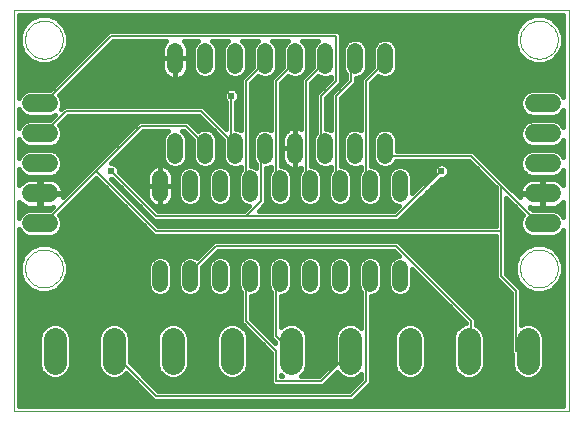
<source format=gtl>
G75*
G70*
%OFA0B0*%
%FSLAX24Y24*%
%IPPOS*%
%LPD*%
%AMOC8*
5,1,8,0,0,1.08239X$1,22.5*
%
%ADD10C,0.0000*%
%ADD11C,0.0520*%
%ADD12C,0.0600*%
%ADD13C,0.0780*%
%ADD14C,0.0060*%
%ADD15C,0.0160*%
%ADD16C,0.0240*%
D10*
X000190Y000181D02*
X000190Y013552D01*
X018685Y013552D01*
X018685Y000181D01*
X000190Y000181D01*
X000560Y004931D02*
X000562Y004981D01*
X000568Y005031D01*
X000578Y005080D01*
X000592Y005128D01*
X000609Y005175D01*
X000630Y005220D01*
X000655Y005264D01*
X000683Y005305D01*
X000715Y005344D01*
X000749Y005381D01*
X000786Y005415D01*
X000826Y005445D01*
X000868Y005472D01*
X000912Y005496D01*
X000958Y005517D01*
X001005Y005533D01*
X001053Y005546D01*
X001103Y005555D01*
X001152Y005560D01*
X001203Y005561D01*
X001253Y005558D01*
X001302Y005551D01*
X001351Y005540D01*
X001399Y005525D01*
X001445Y005507D01*
X001490Y005485D01*
X001533Y005459D01*
X001574Y005430D01*
X001613Y005398D01*
X001649Y005363D01*
X001681Y005325D01*
X001711Y005285D01*
X001738Y005242D01*
X001761Y005198D01*
X001780Y005152D01*
X001796Y005104D01*
X001808Y005055D01*
X001816Y005006D01*
X001820Y004956D01*
X001820Y004906D01*
X001816Y004856D01*
X001808Y004807D01*
X001796Y004758D01*
X001780Y004710D01*
X001761Y004664D01*
X001738Y004620D01*
X001711Y004577D01*
X001681Y004537D01*
X001649Y004499D01*
X001613Y004464D01*
X001574Y004432D01*
X001533Y004403D01*
X001490Y004377D01*
X001445Y004355D01*
X001399Y004337D01*
X001351Y004322D01*
X001302Y004311D01*
X001253Y004304D01*
X001203Y004301D01*
X001152Y004302D01*
X001103Y004307D01*
X001053Y004316D01*
X001005Y004329D01*
X000958Y004345D01*
X000912Y004366D01*
X000868Y004390D01*
X000826Y004417D01*
X000786Y004447D01*
X000749Y004481D01*
X000715Y004518D01*
X000683Y004557D01*
X000655Y004598D01*
X000630Y004642D01*
X000609Y004687D01*
X000592Y004734D01*
X000578Y004782D01*
X000568Y004831D01*
X000562Y004881D01*
X000560Y004931D01*
X000560Y012556D02*
X000562Y012606D01*
X000568Y012656D01*
X000578Y012705D01*
X000592Y012753D01*
X000609Y012800D01*
X000630Y012845D01*
X000655Y012889D01*
X000683Y012930D01*
X000715Y012969D01*
X000749Y013006D01*
X000786Y013040D01*
X000826Y013070D01*
X000868Y013097D01*
X000912Y013121D01*
X000958Y013142D01*
X001005Y013158D01*
X001053Y013171D01*
X001103Y013180D01*
X001152Y013185D01*
X001203Y013186D01*
X001253Y013183D01*
X001302Y013176D01*
X001351Y013165D01*
X001399Y013150D01*
X001445Y013132D01*
X001490Y013110D01*
X001533Y013084D01*
X001574Y013055D01*
X001613Y013023D01*
X001649Y012988D01*
X001681Y012950D01*
X001711Y012910D01*
X001738Y012867D01*
X001761Y012823D01*
X001780Y012777D01*
X001796Y012729D01*
X001808Y012680D01*
X001816Y012631D01*
X001820Y012581D01*
X001820Y012531D01*
X001816Y012481D01*
X001808Y012432D01*
X001796Y012383D01*
X001780Y012335D01*
X001761Y012289D01*
X001738Y012245D01*
X001711Y012202D01*
X001681Y012162D01*
X001649Y012124D01*
X001613Y012089D01*
X001574Y012057D01*
X001533Y012028D01*
X001490Y012002D01*
X001445Y011980D01*
X001399Y011962D01*
X001351Y011947D01*
X001302Y011936D01*
X001253Y011929D01*
X001203Y011926D01*
X001152Y011927D01*
X001103Y011932D01*
X001053Y011941D01*
X001005Y011954D01*
X000958Y011970D01*
X000912Y011991D01*
X000868Y012015D01*
X000826Y012042D01*
X000786Y012072D01*
X000749Y012106D01*
X000715Y012143D01*
X000683Y012182D01*
X000655Y012223D01*
X000630Y012267D01*
X000609Y012312D01*
X000592Y012359D01*
X000578Y012407D01*
X000568Y012456D01*
X000562Y012506D01*
X000560Y012556D01*
X017060Y012556D02*
X017062Y012606D01*
X017068Y012656D01*
X017078Y012705D01*
X017092Y012753D01*
X017109Y012800D01*
X017130Y012845D01*
X017155Y012889D01*
X017183Y012930D01*
X017215Y012969D01*
X017249Y013006D01*
X017286Y013040D01*
X017326Y013070D01*
X017368Y013097D01*
X017412Y013121D01*
X017458Y013142D01*
X017505Y013158D01*
X017553Y013171D01*
X017603Y013180D01*
X017652Y013185D01*
X017703Y013186D01*
X017753Y013183D01*
X017802Y013176D01*
X017851Y013165D01*
X017899Y013150D01*
X017945Y013132D01*
X017990Y013110D01*
X018033Y013084D01*
X018074Y013055D01*
X018113Y013023D01*
X018149Y012988D01*
X018181Y012950D01*
X018211Y012910D01*
X018238Y012867D01*
X018261Y012823D01*
X018280Y012777D01*
X018296Y012729D01*
X018308Y012680D01*
X018316Y012631D01*
X018320Y012581D01*
X018320Y012531D01*
X018316Y012481D01*
X018308Y012432D01*
X018296Y012383D01*
X018280Y012335D01*
X018261Y012289D01*
X018238Y012245D01*
X018211Y012202D01*
X018181Y012162D01*
X018149Y012124D01*
X018113Y012089D01*
X018074Y012057D01*
X018033Y012028D01*
X017990Y012002D01*
X017945Y011980D01*
X017899Y011962D01*
X017851Y011947D01*
X017802Y011936D01*
X017753Y011929D01*
X017703Y011926D01*
X017652Y011927D01*
X017603Y011932D01*
X017553Y011941D01*
X017505Y011954D01*
X017458Y011970D01*
X017412Y011991D01*
X017368Y012015D01*
X017326Y012042D01*
X017286Y012072D01*
X017249Y012106D01*
X017215Y012143D01*
X017183Y012182D01*
X017155Y012223D01*
X017130Y012267D01*
X017109Y012312D01*
X017092Y012359D01*
X017078Y012407D01*
X017068Y012456D01*
X017062Y012506D01*
X017060Y012556D01*
X017060Y004931D02*
X017062Y004981D01*
X017068Y005031D01*
X017078Y005080D01*
X017092Y005128D01*
X017109Y005175D01*
X017130Y005220D01*
X017155Y005264D01*
X017183Y005305D01*
X017215Y005344D01*
X017249Y005381D01*
X017286Y005415D01*
X017326Y005445D01*
X017368Y005472D01*
X017412Y005496D01*
X017458Y005517D01*
X017505Y005533D01*
X017553Y005546D01*
X017603Y005555D01*
X017652Y005560D01*
X017703Y005561D01*
X017753Y005558D01*
X017802Y005551D01*
X017851Y005540D01*
X017899Y005525D01*
X017945Y005507D01*
X017990Y005485D01*
X018033Y005459D01*
X018074Y005430D01*
X018113Y005398D01*
X018149Y005363D01*
X018181Y005325D01*
X018211Y005285D01*
X018238Y005242D01*
X018261Y005198D01*
X018280Y005152D01*
X018296Y005104D01*
X018308Y005055D01*
X018316Y005006D01*
X018320Y004956D01*
X018320Y004906D01*
X018316Y004856D01*
X018308Y004807D01*
X018296Y004758D01*
X018280Y004710D01*
X018261Y004664D01*
X018238Y004620D01*
X018211Y004577D01*
X018181Y004537D01*
X018149Y004499D01*
X018113Y004464D01*
X018074Y004432D01*
X018033Y004403D01*
X017990Y004377D01*
X017945Y004355D01*
X017899Y004337D01*
X017851Y004322D01*
X017802Y004311D01*
X017753Y004304D01*
X017703Y004301D01*
X017652Y004302D01*
X017603Y004307D01*
X017553Y004316D01*
X017505Y004329D01*
X017458Y004345D01*
X017412Y004366D01*
X017368Y004390D01*
X017326Y004417D01*
X017286Y004447D01*
X017249Y004481D01*
X017215Y004518D01*
X017183Y004557D01*
X017155Y004598D01*
X017130Y004642D01*
X017109Y004687D01*
X017092Y004734D01*
X017078Y004782D01*
X017068Y004831D01*
X017062Y004881D01*
X017060Y004931D01*
D11*
X013065Y004941D02*
X013065Y004421D01*
X012065Y004421D02*
X012065Y004941D01*
X011065Y004941D02*
X011065Y004421D01*
X010065Y004421D02*
X010065Y004941D01*
X009065Y004941D02*
X009065Y004421D01*
X008065Y004421D02*
X008065Y004941D01*
X007065Y004941D02*
X007065Y004421D01*
X006065Y004421D02*
X006065Y004941D01*
X005065Y004941D02*
X005065Y004421D01*
X005065Y007421D02*
X005065Y007941D01*
X005565Y008671D02*
X005565Y009191D01*
X006565Y009191D02*
X006565Y008671D01*
X007065Y007941D02*
X007065Y007421D01*
X008065Y007421D02*
X008065Y007941D01*
X008565Y008671D02*
X008565Y009191D01*
X009565Y009191D02*
X009565Y008671D01*
X010565Y008671D02*
X010565Y009191D01*
X011565Y009191D02*
X011565Y008671D01*
X012565Y008671D02*
X012565Y009191D01*
X013065Y007941D02*
X013065Y007421D01*
X012065Y007421D02*
X012065Y007941D01*
X011065Y007941D02*
X011065Y007421D01*
X010065Y007421D02*
X010065Y007941D01*
X009065Y007941D02*
X009065Y007421D01*
X007565Y008671D02*
X007565Y009191D01*
X006065Y007941D02*
X006065Y007421D01*
X006565Y011671D02*
X006565Y012191D01*
X005565Y012191D02*
X005565Y011671D01*
X007565Y011671D02*
X007565Y012191D01*
X008565Y012191D02*
X008565Y011671D01*
X009565Y011671D02*
X009565Y012191D01*
X010565Y012191D02*
X010565Y011671D01*
X011565Y011671D02*
X011565Y012191D01*
X012565Y012191D02*
X012565Y011671D01*
D12*
X017515Y010431D02*
X018115Y010431D01*
X018115Y009431D02*
X017515Y009431D01*
X017515Y008431D02*
X018115Y008431D01*
X018115Y007431D02*
X017515Y007431D01*
X017515Y006431D02*
X018115Y006431D01*
X001365Y006431D02*
X000765Y006431D01*
X000765Y007431D02*
X001365Y007431D01*
X001365Y008431D02*
X000765Y008431D01*
X000765Y009431D02*
X001365Y009431D01*
X001365Y010431D02*
X000765Y010431D01*
D13*
X001560Y002571D02*
X001560Y001791D01*
X003530Y001791D02*
X003530Y002571D01*
X005490Y002571D02*
X005490Y001791D01*
X007470Y001791D02*
X007470Y002571D01*
X009440Y002571D02*
X009440Y001791D01*
X011410Y001791D02*
X011410Y002571D01*
X013390Y002571D02*
X013390Y001791D01*
X015350Y001791D02*
X015350Y002571D01*
X017320Y002571D02*
X017320Y001791D01*
D14*
X017320Y002181D02*
X016940Y002181D01*
X016940Y004181D01*
X016440Y004681D01*
X016440Y006181D01*
X004940Y006181D01*
X002940Y008181D01*
X004440Y009681D01*
X005940Y009681D01*
X006440Y009181D01*
X006565Y008931D01*
X007440Y009181D02*
X007565Y008931D01*
X007440Y009181D02*
X007440Y010681D01*
X007940Y011181D02*
X008440Y011681D01*
X008565Y011931D01*
X008940Y011181D02*
X009440Y011681D01*
X009565Y011931D01*
X009940Y011181D02*
X010440Y011681D01*
X010565Y011931D01*
X010940Y012681D02*
X010940Y011181D01*
X010440Y010681D01*
X010440Y009181D01*
X010565Y008931D01*
X010940Y007681D02*
X011065Y007681D01*
X010940Y007681D02*
X010940Y010681D01*
X011440Y011181D01*
X011440Y011681D01*
X011565Y011931D01*
X011940Y011181D02*
X012440Y011681D01*
X012565Y011931D01*
X011940Y011181D02*
X011940Y007681D01*
X012065Y007681D01*
X012940Y006681D02*
X007940Y006681D01*
X004940Y006681D01*
X003440Y008181D01*
X002940Y008181D02*
X001440Y006681D01*
X001065Y006431D01*
X001065Y009431D02*
X001440Y009681D01*
X001940Y010181D01*
X006440Y010181D01*
X007440Y009181D01*
X008440Y008681D02*
X008565Y008931D01*
X008440Y008681D02*
X008440Y007181D01*
X007940Y006681D01*
X007940Y007681D02*
X008065Y007681D01*
X007940Y007681D02*
X007940Y011181D01*
X008940Y011181D02*
X008940Y007681D01*
X009065Y007681D01*
X009940Y007681D02*
X010065Y007681D01*
X009940Y007681D02*
X009940Y011181D01*
X010940Y012681D02*
X003440Y012681D01*
X001440Y010681D01*
X001065Y010431D01*
X005940Y004681D02*
X006940Y005681D01*
X012940Y005681D01*
X015440Y003181D01*
X015440Y002181D01*
X015350Y002181D01*
X011940Y001181D02*
X011440Y000681D01*
X004940Y000681D01*
X003440Y002181D01*
X003530Y002181D01*
X005940Y004681D02*
X006065Y004681D01*
X007940Y004681D02*
X008065Y004681D01*
X007940Y004681D02*
X007940Y003181D01*
X008940Y002181D01*
X008940Y001181D01*
X010440Y001181D01*
X011440Y002181D01*
X011410Y002181D01*
X011940Y001181D02*
X011940Y004681D01*
X012065Y004681D01*
X012940Y006681D02*
X014440Y008181D01*
X015440Y008681D02*
X016440Y007681D01*
X016440Y006181D01*
X017440Y006681D02*
X017815Y006431D01*
X017440Y006681D02*
X016440Y007681D01*
X015440Y008681D02*
X012440Y008681D01*
X012565Y008931D01*
X009065Y004681D02*
X008940Y004681D01*
X008940Y002681D01*
X009440Y002181D01*
D15*
X009969Y002242D02*
X010880Y002242D01*
X010880Y002084D02*
X009969Y002084D01*
X009969Y001925D02*
X010880Y001925D01*
X010880Y001862D02*
X010369Y001351D01*
X009749Y001351D01*
X009889Y001491D01*
X009969Y001686D01*
X009969Y002677D01*
X009889Y002872D01*
X009740Y003021D01*
X009545Y003101D01*
X009334Y003101D01*
X009139Y003021D01*
X009109Y002991D01*
X009109Y004021D01*
X009144Y004021D01*
X009291Y004082D01*
X009404Y004195D01*
X009464Y004342D01*
X009464Y005021D01*
X009404Y005168D01*
X009291Y005280D01*
X009144Y005341D01*
X008985Y005341D01*
X008838Y005280D01*
X008725Y005168D01*
X008665Y005021D01*
X008665Y004342D01*
X008725Y004195D01*
X008770Y004151D01*
X008770Y002752D01*
X008770Y002611D01*
X008910Y002471D01*
X008910Y002452D01*
X008109Y003252D01*
X008109Y004021D01*
X008144Y004021D01*
X008291Y004082D01*
X008404Y004195D01*
X008464Y004342D01*
X008464Y005021D01*
X008404Y005168D01*
X008291Y005280D01*
X008144Y005341D01*
X007985Y005341D01*
X007838Y005280D01*
X007725Y005168D01*
X007665Y005021D01*
X007665Y004342D01*
X007725Y004195D01*
X007770Y004151D01*
X007770Y003252D01*
X007770Y003111D01*
X008770Y002111D01*
X008770Y001252D01*
X008770Y001111D01*
X008869Y001011D01*
X010369Y001011D01*
X010510Y001011D01*
X010975Y001476D01*
X011109Y001342D01*
X011304Y001261D01*
X011515Y001261D01*
X011710Y001342D01*
X011770Y001402D01*
X011770Y001252D01*
X011369Y000851D01*
X005010Y000851D01*
X004059Y001802D01*
X004059Y002677D01*
X003979Y002872D01*
X003830Y003021D01*
X003635Y003101D01*
X003424Y003101D01*
X003229Y003021D01*
X003080Y002872D01*
X003000Y002677D01*
X003000Y001686D01*
X003080Y001491D01*
X003229Y001342D01*
X003424Y001261D01*
X003635Y001261D01*
X003830Y001342D01*
X003934Y001446D01*
X004869Y000511D01*
X005010Y000511D01*
X011369Y000511D01*
X011510Y000511D01*
X012109Y001111D01*
X012109Y001252D01*
X012109Y004021D01*
X012144Y004021D01*
X012291Y004082D01*
X012404Y004195D01*
X012464Y004342D01*
X012464Y005021D01*
X012404Y005168D01*
X012291Y005280D01*
X012144Y005341D01*
X011985Y005341D01*
X011838Y005280D01*
X011725Y005168D01*
X011665Y005021D01*
X011665Y004342D01*
X011725Y004195D01*
X011770Y004151D01*
X011770Y002961D01*
X011710Y003021D01*
X011515Y003101D01*
X011304Y003101D01*
X011109Y003021D01*
X010960Y002872D01*
X010880Y002677D01*
X010880Y001862D01*
X010785Y001767D02*
X009969Y001767D01*
X009937Y001608D02*
X010626Y001608D01*
X010468Y001450D02*
X009847Y001450D01*
X009130Y001351D02*
X009109Y001351D01*
X009109Y001372D01*
X009130Y001351D01*
X008770Y001291D02*
X007647Y001291D01*
X007575Y001261D02*
X007770Y001342D01*
X007919Y001491D01*
X007999Y001686D01*
X007999Y002677D01*
X007919Y002872D01*
X007770Y003021D01*
X007575Y003101D01*
X007364Y003101D01*
X007169Y003021D01*
X007020Y002872D01*
X006940Y002677D01*
X006940Y001686D01*
X007020Y001491D01*
X007169Y001342D01*
X007364Y001261D01*
X007575Y001261D01*
X007877Y001450D02*
X008770Y001450D01*
X008770Y001608D02*
X007967Y001608D01*
X007999Y001767D02*
X008770Y001767D01*
X008770Y001925D02*
X007999Y001925D01*
X007999Y002084D02*
X008770Y002084D01*
X008638Y002242D02*
X007999Y002242D01*
X007999Y002401D02*
X008479Y002401D01*
X008321Y002560D02*
X007999Y002560D01*
X007982Y002718D02*
X008162Y002718D01*
X008004Y002877D02*
X007914Y002877D01*
X007845Y003035D02*
X007735Y003035D01*
X007770Y003194D02*
X000369Y003194D01*
X000369Y003352D02*
X007770Y003352D01*
X007770Y003511D02*
X000369Y003511D01*
X000369Y003669D02*
X007770Y003669D01*
X007770Y003828D02*
X000369Y003828D01*
X000369Y003986D02*
X007770Y003986D01*
X007770Y004145D02*
X007354Y004145D01*
X007404Y004195D02*
X007291Y004082D01*
X007144Y004021D01*
X006985Y004021D01*
X006838Y004082D01*
X006725Y004195D01*
X006665Y004342D01*
X006665Y005021D01*
X006725Y005168D01*
X006838Y005280D01*
X006985Y005341D01*
X007144Y005341D01*
X007291Y005280D01*
X007404Y005168D01*
X007464Y005021D01*
X007464Y004342D01*
X007404Y004195D01*
X007449Y004304D02*
X007680Y004304D01*
X007665Y004462D02*
X007464Y004462D01*
X007464Y004621D02*
X007665Y004621D01*
X007665Y004779D02*
X007464Y004779D01*
X007464Y004938D02*
X007665Y004938D01*
X007696Y005096D02*
X007433Y005096D01*
X007317Y005255D02*
X007812Y005255D01*
X008317Y005255D02*
X008812Y005255D01*
X008696Y005096D02*
X008433Y005096D01*
X008464Y004938D02*
X008665Y004938D01*
X008665Y004779D02*
X008464Y004779D01*
X008464Y004621D02*
X008665Y004621D01*
X008665Y004462D02*
X008464Y004462D01*
X008449Y004304D02*
X008680Y004304D01*
X008770Y004145D02*
X008354Y004145D01*
X008109Y003986D02*
X008770Y003986D01*
X008770Y003828D02*
X008109Y003828D01*
X008109Y003669D02*
X008770Y003669D01*
X008770Y003511D02*
X008109Y003511D01*
X008109Y003352D02*
X008770Y003352D01*
X008770Y003194D02*
X008168Y003194D01*
X008326Y003035D02*
X008770Y003035D01*
X008770Y002877D02*
X008485Y002877D01*
X008643Y002718D02*
X008770Y002718D01*
X008802Y002560D02*
X008821Y002560D01*
X009109Y003035D02*
X009174Y003035D01*
X009109Y003194D02*
X011770Y003194D01*
X011770Y003352D02*
X009109Y003352D01*
X009109Y003511D02*
X011770Y003511D01*
X011770Y003669D02*
X009109Y003669D01*
X009109Y003828D02*
X011770Y003828D01*
X011770Y003986D02*
X009109Y003986D01*
X009354Y004145D02*
X009775Y004145D01*
X009725Y004195D02*
X009838Y004082D01*
X009985Y004021D01*
X010144Y004021D01*
X010291Y004082D01*
X010404Y004195D01*
X010464Y004342D01*
X010464Y005021D01*
X010404Y005168D01*
X010291Y005280D01*
X010144Y005341D01*
X009985Y005341D01*
X009838Y005280D01*
X009725Y005168D01*
X009665Y005021D01*
X009665Y004342D01*
X009725Y004195D01*
X009680Y004304D02*
X009449Y004304D01*
X009464Y004462D02*
X009665Y004462D01*
X009665Y004621D02*
X009464Y004621D01*
X009464Y004779D02*
X009665Y004779D01*
X009665Y004938D02*
X009464Y004938D01*
X009433Y005096D02*
X009696Y005096D01*
X009812Y005255D02*
X009317Y005255D01*
X010317Y005255D02*
X010812Y005255D01*
X010838Y005280D02*
X010725Y005168D01*
X010665Y005021D01*
X010665Y004342D01*
X010725Y004195D01*
X010838Y004082D01*
X010985Y004021D01*
X011144Y004021D01*
X011291Y004082D01*
X011404Y004195D01*
X011464Y004342D01*
X011464Y005021D01*
X011404Y005168D01*
X011291Y005280D01*
X011144Y005341D01*
X010985Y005341D01*
X010838Y005280D01*
X010696Y005096D02*
X010433Y005096D01*
X010464Y004938D02*
X010665Y004938D01*
X010665Y004779D02*
X010464Y004779D01*
X010464Y004621D02*
X010665Y004621D01*
X010665Y004462D02*
X010464Y004462D01*
X010449Y004304D02*
X010680Y004304D01*
X010775Y004145D02*
X010354Y004145D01*
X011354Y004145D02*
X011770Y004145D01*
X011680Y004304D02*
X011449Y004304D01*
X011464Y004462D02*
X011665Y004462D01*
X011665Y004621D02*
X011464Y004621D01*
X011464Y004779D02*
X011665Y004779D01*
X011665Y004938D02*
X011464Y004938D01*
X011433Y005096D02*
X011696Y005096D01*
X011812Y005255D02*
X011317Y005255D01*
X012317Y005255D02*
X012812Y005255D01*
X012838Y005280D02*
X012725Y005168D01*
X012665Y005021D01*
X012665Y004342D01*
X012725Y004195D01*
X012838Y004082D01*
X012985Y004021D01*
X013144Y004021D01*
X013291Y004082D01*
X013404Y004195D01*
X013464Y004342D01*
X013464Y004916D01*
X015270Y003111D01*
X015270Y003101D01*
X015244Y003101D01*
X015049Y003021D01*
X014900Y002872D01*
X014820Y002677D01*
X014820Y001686D01*
X014900Y001491D01*
X015049Y001342D01*
X015244Y001261D01*
X015455Y001261D01*
X015650Y001342D01*
X015799Y001491D01*
X015879Y001686D01*
X015879Y002677D01*
X015799Y002872D01*
X015650Y003021D01*
X015609Y003037D01*
X015609Y003252D01*
X015510Y003351D01*
X013010Y005851D01*
X012869Y005851D01*
X006869Y005851D01*
X006770Y005752D01*
X006295Y005277D01*
X006291Y005280D01*
X006144Y005341D01*
X005985Y005341D01*
X005838Y005280D01*
X005725Y005168D01*
X005665Y005021D01*
X005665Y004342D01*
X005725Y004195D01*
X005838Y004082D01*
X005985Y004021D01*
X006144Y004021D01*
X006291Y004082D01*
X006404Y004195D01*
X006464Y004342D01*
X006464Y004966D01*
X007010Y005511D01*
X012869Y005511D01*
X013039Y005341D01*
X012985Y005341D01*
X012838Y005280D01*
X012967Y005413D02*
X006912Y005413D01*
X006812Y005255D02*
X006753Y005255D01*
X006696Y005096D02*
X006595Y005096D01*
X006665Y004938D02*
X006464Y004938D01*
X006464Y004779D02*
X006665Y004779D01*
X006665Y004621D02*
X006464Y004621D01*
X006464Y004462D02*
X006665Y004462D01*
X006680Y004304D02*
X006449Y004304D01*
X006354Y004145D02*
X006775Y004145D01*
X005775Y004145D02*
X005354Y004145D01*
X005404Y004195D02*
X005464Y004342D01*
X005464Y005021D01*
X005404Y005168D01*
X005291Y005280D01*
X005144Y005341D01*
X004985Y005341D01*
X004838Y005280D01*
X004725Y005168D01*
X004665Y005021D01*
X004665Y004342D01*
X004725Y004195D01*
X004838Y004082D01*
X004985Y004021D01*
X005144Y004021D01*
X005291Y004082D01*
X005404Y004195D01*
X005449Y004304D02*
X005680Y004304D01*
X005665Y004462D02*
X005464Y004462D01*
X005464Y004621D02*
X005665Y004621D01*
X005665Y004779D02*
X005464Y004779D01*
X005464Y004938D02*
X005665Y004938D01*
X005696Y005096D02*
X005433Y005096D01*
X005317Y005255D02*
X005812Y005255D01*
X006431Y005413D02*
X001853Y005413D01*
X001876Y005390D02*
X001648Y005618D01*
X001351Y005741D01*
X001028Y005741D01*
X000731Y005618D01*
X000503Y005390D01*
X000380Y005093D01*
X000380Y004770D01*
X000503Y004473D01*
X000731Y004245D01*
X001028Y004121D01*
X001351Y004121D01*
X001648Y004245D01*
X001876Y004473D01*
X001999Y004770D01*
X001999Y005093D01*
X001876Y005390D01*
X001932Y005255D02*
X004812Y005255D01*
X004696Y005096D02*
X001998Y005096D01*
X001999Y004938D02*
X004665Y004938D01*
X004665Y004779D02*
X001999Y004779D01*
X001937Y004621D02*
X004665Y004621D01*
X004665Y004462D02*
X001866Y004462D01*
X001707Y004304D02*
X004680Y004304D01*
X004775Y004145D02*
X001407Y004145D01*
X000972Y004145D02*
X000369Y004145D01*
X000369Y004304D02*
X000672Y004304D01*
X000513Y004462D02*
X000369Y004462D01*
X000369Y004621D02*
X000442Y004621D01*
X000380Y004779D02*
X000369Y004779D01*
X000369Y004938D02*
X000380Y004938D01*
X000369Y005096D02*
X000381Y005096D01*
X000369Y005255D02*
X000447Y005255D01*
X000369Y005413D02*
X000526Y005413D01*
X000369Y005572D02*
X000685Y005572D01*
X000369Y005730D02*
X001002Y005730D01*
X001377Y005730D02*
X006748Y005730D01*
X006590Y005572D02*
X001694Y005572D01*
X001452Y005991D02*
X001614Y006058D01*
X001738Y006182D01*
X001804Y006344D01*
X001804Y006519D01*
X001738Y006681D01*
X001708Y006710D01*
X002939Y007941D01*
X004770Y006111D01*
X004869Y006011D01*
X016270Y006011D01*
X016270Y004611D01*
X016369Y004511D01*
X016770Y004111D01*
X016770Y002252D01*
X016770Y002111D01*
X016790Y002091D01*
X016790Y001686D01*
X016870Y001491D01*
X017019Y001342D01*
X017214Y001261D01*
X017425Y001261D01*
X017620Y001342D01*
X017769Y001491D01*
X017849Y001686D01*
X017849Y002677D01*
X017769Y002872D01*
X017620Y003021D01*
X017425Y003101D01*
X017214Y003101D01*
X017109Y003058D01*
X017109Y004111D01*
X017109Y004252D01*
X016609Y004752D01*
X016609Y006111D01*
X016609Y006252D01*
X016609Y007271D01*
X017171Y006710D01*
X017141Y006681D01*
X017075Y006519D01*
X017075Y006344D01*
X017141Y006182D01*
X017265Y006058D01*
X017427Y005991D01*
X018202Y005991D01*
X018364Y006058D01*
X018488Y006182D01*
X018505Y006224D01*
X018505Y000361D01*
X000369Y000361D01*
X000369Y006235D01*
X000391Y006182D01*
X000515Y006058D01*
X000677Y005991D01*
X001452Y005991D01*
X001587Y006048D02*
X004833Y006048D01*
X004674Y006206D02*
X001747Y006206D01*
X001804Y006365D02*
X004516Y006365D01*
X004357Y006523D02*
X001803Y006523D01*
X001736Y006682D02*
X004199Y006682D01*
X004040Y006840D02*
X001839Y006840D01*
X001997Y006999D02*
X003882Y006999D01*
X003723Y007157D02*
X002156Y007157D01*
X002314Y007316D02*
X003565Y007316D01*
X003406Y007474D02*
X002473Y007474D01*
X002631Y007633D02*
X003248Y007633D01*
X003089Y007791D02*
X002790Y007791D01*
X002468Y007950D02*
X000369Y007950D01*
X000369Y007791D02*
X000446Y007791D01*
X000452Y007798D02*
X000398Y007744D01*
X000369Y007704D01*
X000369Y008235D01*
X000391Y008182D01*
X000515Y008058D01*
X000677Y007991D01*
X001452Y007991D01*
X001614Y008058D01*
X001738Y008182D01*
X001804Y008344D01*
X001804Y008519D01*
X001738Y008681D01*
X001614Y008804D01*
X001452Y008871D01*
X000677Y008871D01*
X000515Y008804D01*
X000391Y008681D01*
X000369Y008627D01*
X000369Y009235D01*
X000391Y009182D01*
X000515Y009058D01*
X000677Y008991D01*
X001452Y008991D01*
X001614Y009058D01*
X001738Y009182D01*
X001804Y009344D01*
X001804Y009519D01*
X001738Y009681D01*
X001708Y009710D01*
X002010Y010011D01*
X006369Y010011D01*
X007165Y009216D01*
X007165Y008592D01*
X007225Y008445D01*
X007338Y008332D01*
X007485Y008271D01*
X007644Y008271D01*
X007770Y008323D01*
X007770Y008212D01*
X007725Y008168D01*
X007665Y008021D01*
X007665Y007342D01*
X007725Y007195D01*
X007838Y007082D01*
X007985Y007021D01*
X008039Y007021D01*
X007869Y006851D01*
X005010Y006851D01*
X003699Y008162D01*
X003699Y008233D01*
X003660Y008329D01*
X003587Y008402D01*
X003491Y008441D01*
X003440Y008441D01*
X004510Y009511D01*
X005319Y009511D01*
X005225Y009418D01*
X005165Y009271D01*
X005165Y008592D01*
X005225Y008445D01*
X005338Y008332D01*
X005485Y008271D01*
X005644Y008271D01*
X005791Y008332D01*
X005904Y008445D01*
X005964Y008592D01*
X005964Y009271D01*
X005904Y009418D01*
X005810Y009511D01*
X005869Y009511D01*
X006165Y009216D01*
X006165Y008592D01*
X006225Y008445D01*
X006338Y008332D01*
X006485Y008271D01*
X006644Y008271D01*
X006791Y008332D01*
X006904Y008445D01*
X006964Y008592D01*
X006964Y009271D01*
X006904Y009418D01*
X006791Y009530D01*
X006644Y009591D01*
X006485Y009591D01*
X006338Y009530D01*
X006334Y009527D01*
X006109Y009752D01*
X006010Y009851D01*
X004510Y009851D01*
X004369Y009851D01*
X002869Y008351D01*
X002770Y008252D01*
X001831Y007313D01*
X001833Y007319D01*
X001844Y007394D01*
X001844Y007411D01*
X001085Y007411D01*
X001085Y007451D01*
X001844Y007451D01*
X001844Y007469D01*
X001833Y007544D01*
X001809Y007616D01*
X001775Y007683D01*
X001731Y007744D01*
X001677Y007798D01*
X001616Y007842D01*
X001549Y007876D01*
X001477Y007900D01*
X001402Y007911D01*
X001085Y007911D01*
X001085Y007452D01*
X001044Y007452D01*
X001044Y007911D01*
X000727Y007911D01*
X000652Y007900D01*
X000580Y007876D01*
X000513Y007842D01*
X000452Y007798D01*
X000465Y008109D02*
X000369Y008109D01*
X000369Y008743D02*
X000454Y008743D01*
X000369Y008901D02*
X003419Y008901D01*
X003261Y008743D02*
X001675Y008743D01*
X001777Y008584D02*
X003102Y008584D01*
X002943Y008426D02*
X001804Y008426D01*
X001773Y008267D02*
X002785Y008267D01*
X002770Y008252D02*
X002770Y008252D01*
X002869Y008351D02*
X002869Y008351D01*
X002626Y008109D02*
X001664Y008109D01*
X001683Y007791D02*
X002309Y007791D01*
X002151Y007633D02*
X001801Y007633D01*
X001844Y007474D02*
X001992Y007474D01*
X001834Y007316D02*
X001832Y007316D01*
X001483Y006965D02*
X001389Y006871D01*
X000677Y006871D01*
X000515Y006804D01*
X000391Y006681D01*
X000369Y006627D01*
X000369Y007159D01*
X000398Y007119D01*
X000452Y007065D01*
X000513Y007021D01*
X000580Y006987D01*
X000652Y006963D01*
X000727Y006951D01*
X001044Y006951D01*
X001044Y007411D01*
X001085Y007411D01*
X001085Y006951D01*
X001402Y006951D01*
X001477Y006963D01*
X001483Y006965D01*
X001085Y006999D02*
X001044Y006999D01*
X001044Y007157D02*
X001085Y007157D01*
X001085Y007316D02*
X001044Y007316D01*
X001044Y007474D02*
X001085Y007474D01*
X001085Y007633D02*
X001044Y007633D01*
X001044Y007791D02*
X001085Y007791D01*
X000370Y007157D02*
X000369Y007157D01*
X000369Y006999D02*
X000556Y006999D01*
X000602Y006840D02*
X000369Y006840D01*
X000369Y006682D02*
X000393Y006682D01*
X000369Y006206D02*
X000382Y006206D01*
X000369Y006048D02*
X000541Y006048D01*
X000369Y005889D02*
X016270Y005889D01*
X016270Y005730D02*
X013131Y005730D01*
X013289Y005572D02*
X016270Y005572D01*
X016270Y005413D02*
X013448Y005413D01*
X013606Y005255D02*
X016270Y005255D01*
X016270Y005096D02*
X013765Y005096D01*
X013924Y004938D02*
X016270Y004938D01*
X016270Y004779D02*
X014082Y004779D01*
X014241Y004621D02*
X016270Y004621D01*
X016418Y004462D02*
X014399Y004462D01*
X014558Y004304D02*
X016577Y004304D01*
X016736Y004145D02*
X014716Y004145D01*
X014875Y003986D02*
X016770Y003986D01*
X016770Y003828D02*
X015033Y003828D01*
X015192Y003669D02*
X016770Y003669D01*
X016770Y003511D02*
X015350Y003511D01*
X015509Y003352D02*
X016770Y003352D01*
X016770Y003194D02*
X015609Y003194D01*
X015615Y003035D02*
X016770Y003035D01*
X016770Y002877D02*
X015794Y002877D01*
X015862Y002718D02*
X016770Y002718D01*
X016770Y002560D02*
X015879Y002560D01*
X015879Y002401D02*
X016770Y002401D01*
X016770Y002242D02*
X015879Y002242D01*
X015879Y002084D02*
X016790Y002084D01*
X016790Y001925D02*
X015879Y001925D01*
X015879Y001767D02*
X016790Y001767D01*
X016822Y001608D02*
X015847Y001608D01*
X015757Y001450D02*
X016912Y001450D01*
X017142Y001291D02*
X015527Y001291D01*
X015172Y001291D02*
X013567Y001291D01*
X013495Y001261D02*
X013690Y001342D01*
X013839Y001491D01*
X013919Y001686D01*
X013919Y002677D01*
X013839Y002872D01*
X013690Y003021D01*
X013495Y003101D01*
X013284Y003101D01*
X013089Y003021D01*
X012940Y002872D01*
X012860Y002677D01*
X012860Y001686D01*
X012940Y001491D01*
X013089Y001342D01*
X013284Y001261D01*
X013495Y001261D01*
X013212Y001291D02*
X012109Y001291D01*
X012109Y001133D02*
X018505Y001133D01*
X018505Y001291D02*
X017497Y001291D01*
X017727Y001450D02*
X018505Y001450D01*
X018505Y001608D02*
X017817Y001608D01*
X017849Y001767D02*
X018505Y001767D01*
X018505Y001925D02*
X017849Y001925D01*
X017849Y002084D02*
X018505Y002084D01*
X018505Y002242D02*
X017849Y002242D01*
X017849Y002401D02*
X018505Y002401D01*
X018505Y002560D02*
X017849Y002560D01*
X017832Y002718D02*
X018505Y002718D01*
X018505Y002877D02*
X017764Y002877D01*
X017585Y003035D02*
X018505Y003035D01*
X018505Y003194D02*
X017109Y003194D01*
X017109Y003352D02*
X018505Y003352D01*
X018505Y003511D02*
X017109Y003511D01*
X017109Y003669D02*
X018505Y003669D01*
X018505Y003828D02*
X017109Y003828D01*
X017109Y003986D02*
X018505Y003986D01*
X018505Y004145D02*
X017907Y004145D01*
X017851Y004121D02*
X018148Y004245D01*
X018376Y004473D01*
X018499Y004770D01*
X018499Y005093D01*
X018376Y005390D01*
X018148Y005618D01*
X017851Y005741D01*
X017528Y005741D01*
X017231Y005618D01*
X017003Y005390D01*
X016880Y005093D01*
X016880Y004770D01*
X017003Y004473D01*
X017231Y004245D01*
X017528Y004121D01*
X017851Y004121D01*
X017472Y004145D02*
X017109Y004145D01*
X017058Y004304D02*
X017172Y004304D01*
X017013Y004462D02*
X016899Y004462D01*
X016942Y004621D02*
X016741Y004621D01*
X016609Y004779D02*
X016880Y004779D01*
X016880Y004938D02*
X016609Y004938D01*
X016609Y005096D02*
X016881Y005096D01*
X016947Y005255D02*
X016609Y005255D01*
X016609Y005413D02*
X017026Y005413D01*
X017185Y005572D02*
X016609Y005572D01*
X016609Y005730D02*
X017502Y005730D01*
X017877Y005730D02*
X018505Y005730D01*
X018505Y005572D02*
X018194Y005572D01*
X018353Y005413D02*
X018505Y005413D01*
X018505Y005255D02*
X018432Y005255D01*
X018498Y005096D02*
X018505Y005096D01*
X018499Y004938D02*
X018505Y004938D01*
X018499Y004779D02*
X018505Y004779D01*
X018505Y004621D02*
X018437Y004621D01*
X018505Y004462D02*
X018366Y004462D01*
X018505Y004304D02*
X018207Y004304D01*
X018505Y005889D02*
X016609Y005889D01*
X016609Y006048D02*
X017291Y006048D01*
X017132Y006206D02*
X016609Y006206D01*
X016609Y006365D02*
X017075Y006365D01*
X017076Y006523D02*
X016609Y006523D01*
X016609Y006682D02*
X017143Y006682D01*
X017040Y006840D02*
X016609Y006840D01*
X016609Y006999D02*
X016882Y006999D01*
X016723Y007157D02*
X016609Y007157D01*
X016270Y007157D02*
X013656Y007157D01*
X013814Y007316D02*
X016270Y007316D01*
X016270Y007474D02*
X013973Y007474D01*
X014131Y007633D02*
X016248Y007633D01*
X016270Y007611D02*
X016270Y006351D01*
X005010Y006351D01*
X003440Y007921D01*
X003459Y007921D01*
X004869Y006511D01*
X005010Y006511D01*
X007869Y006511D01*
X013010Y006511D01*
X013109Y006611D01*
X014420Y007921D01*
X014491Y007921D01*
X014587Y007961D01*
X014660Y008034D01*
X014699Y008130D01*
X014699Y008233D01*
X014660Y008329D01*
X014587Y008402D01*
X014491Y008441D01*
X014388Y008441D01*
X014292Y008402D01*
X014219Y008329D01*
X014180Y008233D01*
X014180Y008162D01*
X013464Y007447D01*
X013464Y008021D01*
X013404Y008168D01*
X013291Y008280D01*
X013144Y008341D01*
X012985Y008341D01*
X012838Y008280D01*
X012725Y008168D01*
X012665Y008021D01*
X012665Y007342D01*
X012725Y007195D01*
X012838Y007082D01*
X012985Y007021D01*
X013039Y007021D01*
X012869Y006851D01*
X008350Y006851D01*
X008609Y007111D01*
X008609Y007252D01*
X008609Y008271D01*
X008644Y008271D01*
X008770Y008323D01*
X008770Y008212D01*
X008725Y008168D01*
X008665Y008021D01*
X008665Y007342D01*
X008725Y007195D01*
X008838Y007082D01*
X008985Y007021D01*
X009144Y007021D01*
X009291Y007082D01*
X009404Y007195D01*
X009464Y007342D01*
X009464Y008021D01*
X009404Y008168D01*
X009291Y008280D01*
X009144Y008341D01*
X009109Y008341D01*
X009109Y011111D01*
X009334Y011336D01*
X009338Y011332D01*
X009485Y011271D01*
X009644Y011271D01*
X009791Y011332D01*
X009904Y011445D01*
X009964Y011592D01*
X009964Y012271D01*
X009904Y012418D01*
X009810Y012511D01*
X010319Y012511D01*
X010225Y012418D01*
X010165Y012271D01*
X010165Y011647D01*
X009770Y011252D01*
X009770Y011111D01*
X009770Y009581D01*
X009733Y009599D01*
X009668Y009621D01*
X009599Y009631D01*
X009565Y009631D01*
X009565Y008932D01*
X009564Y008932D01*
X009564Y009631D01*
X009530Y009631D01*
X009461Y009621D01*
X009396Y009599D01*
X009334Y009568D01*
X009278Y009527D01*
X009229Y009478D01*
X009188Y009422D01*
X009157Y009360D01*
X009135Y009294D01*
X009125Y009226D01*
X009125Y008932D01*
X009564Y008932D01*
X009564Y008931D01*
X009125Y008931D01*
X009125Y008637D01*
X009135Y008568D01*
X009157Y008502D01*
X009188Y008441D01*
X009229Y008385D01*
X009278Y008336D01*
X009334Y008295D01*
X009396Y008264D01*
X009461Y008242D01*
X009530Y008231D01*
X009564Y008231D01*
X009564Y008931D01*
X009565Y008931D01*
X009565Y008231D01*
X009599Y008231D01*
X009668Y008242D01*
X009733Y008264D01*
X009770Y008282D01*
X009770Y008212D01*
X009725Y008168D01*
X009665Y008021D01*
X009665Y007342D01*
X009725Y007195D01*
X009838Y007082D01*
X009985Y007021D01*
X010144Y007021D01*
X010291Y007082D01*
X010404Y007195D01*
X010464Y007342D01*
X010464Y008021D01*
X010404Y008168D01*
X010291Y008280D01*
X010144Y008341D01*
X010109Y008341D01*
X010109Y011111D01*
X010334Y011336D01*
X010338Y011332D01*
X010485Y011271D01*
X010644Y011271D01*
X010770Y011323D01*
X010770Y011252D01*
X010270Y010752D01*
X010270Y010611D01*
X010270Y009462D01*
X010225Y009418D01*
X010165Y009271D01*
X010165Y008592D01*
X010225Y008445D01*
X010338Y008332D01*
X010485Y008271D01*
X010644Y008271D01*
X010770Y008323D01*
X010770Y008212D01*
X010725Y008168D01*
X010665Y008021D01*
X010665Y007342D01*
X010725Y007195D01*
X010838Y007082D01*
X010985Y007021D01*
X011144Y007021D01*
X011291Y007082D01*
X011404Y007195D01*
X011464Y007342D01*
X011464Y008021D01*
X011404Y008168D01*
X011291Y008280D01*
X011144Y008341D01*
X011109Y008341D01*
X011109Y010611D01*
X011510Y011011D01*
X011609Y011111D01*
X011609Y011271D01*
X011644Y011271D01*
X011791Y011332D01*
X011904Y011445D01*
X011964Y011592D01*
X011964Y012271D01*
X011904Y012418D01*
X011791Y012530D01*
X011644Y012591D01*
X011485Y012591D01*
X011338Y012530D01*
X011225Y012418D01*
X011165Y012271D01*
X011165Y011592D01*
X011225Y011445D01*
X011270Y011401D01*
X011270Y011252D01*
X010770Y010752D01*
X010770Y010611D01*
X010770Y009539D01*
X010644Y009591D01*
X010609Y009591D01*
X010609Y010611D01*
X011010Y011011D01*
X011109Y011111D01*
X011109Y012611D01*
X011109Y012752D01*
X011010Y012851D01*
X003510Y012851D01*
X003369Y012851D01*
X001389Y010871D01*
X000677Y010871D01*
X000515Y010804D01*
X000369Y010804D01*
X000391Y010681D02*
X000369Y010627D01*
X000369Y013372D01*
X018505Y013372D01*
X018505Y010639D01*
X018488Y010681D01*
X018364Y010804D01*
X018505Y010804D01*
X018364Y010804D02*
X018202Y010871D01*
X017427Y010871D01*
X017265Y010804D01*
X012109Y010804D01*
X012109Y010962D02*
X018505Y010962D01*
X018505Y011121D02*
X012119Y011121D01*
X012109Y011111D02*
X012334Y011336D01*
X012338Y011332D01*
X012485Y011271D01*
X012644Y011271D01*
X012791Y011332D01*
X012904Y011445D01*
X012964Y011592D01*
X012964Y012271D01*
X012904Y012418D01*
X012791Y012530D01*
X012644Y012591D01*
X012485Y012591D01*
X012338Y012530D01*
X012225Y012418D01*
X012165Y012271D01*
X012165Y011647D01*
X011770Y011252D01*
X011770Y011111D01*
X011770Y009539D01*
X011644Y009591D01*
X011485Y009591D01*
X011338Y009530D01*
X011225Y009418D01*
X011165Y009271D01*
X011165Y008592D01*
X011225Y008445D01*
X011338Y008332D01*
X011485Y008271D01*
X011644Y008271D01*
X011770Y008323D01*
X011770Y008212D01*
X011725Y008168D01*
X011665Y008021D01*
X011665Y007342D01*
X011725Y007195D01*
X011838Y007082D01*
X011985Y007021D01*
X012144Y007021D01*
X012291Y007082D01*
X012404Y007195D01*
X012464Y007342D01*
X012464Y008021D01*
X012404Y008168D01*
X012291Y008280D01*
X012144Y008341D01*
X012109Y008341D01*
X012109Y011111D01*
X012278Y011279D02*
X012466Y011279D01*
X012663Y011279D02*
X018505Y011279D01*
X018505Y011438D02*
X012897Y011438D01*
X012964Y011597D02*
X018505Y011597D01*
X018505Y011755D02*
X017871Y011755D01*
X017851Y011746D02*
X018148Y011870D01*
X018376Y012098D01*
X018499Y012395D01*
X018499Y012718D01*
X018376Y013015D01*
X018148Y013243D01*
X017851Y013366D01*
X017528Y013366D01*
X017231Y013243D01*
X017003Y013015D01*
X016880Y012718D01*
X016880Y012395D01*
X017003Y012098D01*
X017231Y011870D01*
X017528Y011746D01*
X017851Y011746D01*
X017508Y011755D02*
X012964Y011755D01*
X012964Y011914D02*
X017187Y011914D01*
X017028Y012072D02*
X012964Y012072D01*
X012964Y012231D02*
X016948Y012231D01*
X016882Y012389D02*
X012916Y012389D01*
X012749Y012548D02*
X016880Y012548D01*
X016880Y012706D02*
X011109Y012706D01*
X011109Y012548D02*
X011380Y012548D01*
X011214Y012389D02*
X011109Y012389D01*
X011109Y012231D02*
X011165Y012231D01*
X011165Y012072D02*
X011109Y012072D01*
X011109Y011914D02*
X011165Y011914D01*
X011165Y011755D02*
X011109Y011755D01*
X011109Y011597D02*
X011165Y011597D01*
X011109Y011438D02*
X011232Y011438D01*
X011270Y011279D02*
X011109Y011279D01*
X010770Y011279D02*
X010663Y011279D01*
X010466Y011279D02*
X010278Y011279D01*
X010119Y011121D02*
X010639Y011121D01*
X010480Y010962D02*
X010109Y010962D01*
X010109Y010804D02*
X010322Y010804D01*
X010270Y010645D02*
X010109Y010645D01*
X010109Y010487D02*
X010270Y010487D01*
X010270Y010328D02*
X010109Y010328D01*
X010109Y010170D02*
X010270Y010170D01*
X010270Y010011D02*
X010109Y010011D01*
X010109Y009853D02*
X010270Y009853D01*
X010270Y009694D02*
X010109Y009694D01*
X010109Y009535D02*
X010270Y009535D01*
X010208Y009377D02*
X010109Y009377D01*
X010109Y009218D02*
X010165Y009218D01*
X010165Y009060D02*
X010109Y009060D01*
X010109Y008901D02*
X010165Y008901D01*
X010165Y008743D02*
X010109Y008743D01*
X010109Y008584D02*
X010168Y008584D01*
X010109Y008426D02*
X010245Y008426D01*
X010304Y008267D02*
X010770Y008267D01*
X010701Y008109D02*
X010428Y008109D01*
X010464Y007950D02*
X010665Y007950D01*
X010665Y007791D02*
X010464Y007791D01*
X010464Y007633D02*
X010665Y007633D01*
X010665Y007474D02*
X010464Y007474D01*
X010454Y007316D02*
X010675Y007316D01*
X010763Y007157D02*
X010366Y007157D01*
X009763Y007157D02*
X009366Y007157D01*
X009454Y007316D02*
X009675Y007316D01*
X009665Y007474D02*
X009464Y007474D01*
X009464Y007633D02*
X009665Y007633D01*
X009665Y007791D02*
X009464Y007791D01*
X009464Y007950D02*
X009665Y007950D01*
X009701Y008109D02*
X009428Y008109D01*
X009389Y008267D02*
X009304Y008267D01*
X009199Y008426D02*
X009109Y008426D01*
X009109Y008584D02*
X009133Y008584D01*
X009125Y008743D02*
X009109Y008743D01*
X009109Y008901D02*
X009125Y008901D01*
X009109Y009060D02*
X009125Y009060D01*
X009109Y009218D02*
X009125Y009218D01*
X009109Y009377D02*
X009165Y009377D01*
X009109Y009535D02*
X009290Y009535D01*
X009109Y009694D02*
X009770Y009694D01*
X009770Y009853D02*
X009109Y009853D01*
X009109Y010011D02*
X009770Y010011D01*
X009770Y010170D02*
X009109Y010170D01*
X009109Y010328D02*
X009770Y010328D01*
X009770Y010487D02*
X009109Y010487D01*
X009109Y010645D02*
X009770Y010645D01*
X009770Y010804D02*
X009109Y010804D01*
X009109Y010962D02*
X009770Y010962D01*
X009770Y011121D02*
X009119Y011121D01*
X009278Y011279D02*
X009466Y011279D01*
X009663Y011279D02*
X009797Y011279D01*
X009897Y011438D02*
X009956Y011438D01*
X009964Y011597D02*
X010114Y011597D01*
X010165Y011755D02*
X009964Y011755D01*
X009964Y011914D02*
X010165Y011914D01*
X010165Y012072D02*
X009964Y012072D01*
X009964Y012231D02*
X010165Y012231D01*
X010214Y012389D02*
X009916Y012389D01*
X009319Y012511D02*
X009225Y012418D01*
X009165Y012271D01*
X009165Y011647D01*
X008770Y011252D01*
X008770Y011111D01*
X008770Y009539D01*
X008644Y009591D01*
X008485Y009591D01*
X008338Y009530D01*
X008225Y009418D01*
X008165Y009271D01*
X008165Y008592D01*
X008225Y008445D01*
X008270Y008401D01*
X008270Y008289D01*
X008144Y008341D01*
X008109Y008341D01*
X008109Y011111D01*
X008334Y011336D01*
X008338Y011332D01*
X008485Y011271D01*
X008644Y011271D01*
X008791Y011332D01*
X008904Y011445D01*
X008964Y011592D01*
X008964Y012271D01*
X008904Y012418D01*
X008810Y012511D01*
X009319Y012511D01*
X009214Y012389D02*
X008916Y012389D01*
X008964Y012231D02*
X009165Y012231D01*
X009165Y012072D02*
X008964Y012072D01*
X008964Y011914D02*
X009165Y011914D01*
X009165Y011755D02*
X008964Y011755D01*
X008964Y011597D02*
X009114Y011597D01*
X008956Y011438D02*
X008897Y011438D01*
X008797Y011279D02*
X008663Y011279D01*
X008466Y011279D02*
X008278Y011279D01*
X007956Y011438D02*
X007897Y011438D01*
X007904Y011445D02*
X007964Y011592D01*
X007964Y012271D01*
X007904Y012418D01*
X007810Y012511D01*
X008319Y012511D01*
X008225Y012418D01*
X008165Y012271D01*
X008165Y011647D01*
X007770Y011252D01*
X007770Y011111D01*
X007770Y009539D01*
X007644Y009591D01*
X007609Y009591D01*
X007609Y010484D01*
X007660Y010534D01*
X007699Y010630D01*
X007699Y010733D01*
X007660Y010829D01*
X007587Y010902D01*
X007491Y010941D01*
X007388Y010941D01*
X007292Y010902D01*
X007219Y010829D01*
X007180Y010733D01*
X007180Y010630D01*
X007219Y010534D01*
X007270Y010484D01*
X007270Y009592D01*
X006510Y010351D01*
X006369Y010351D01*
X002010Y010351D01*
X001869Y010351D01*
X001764Y010246D01*
X001804Y010344D01*
X001804Y010519D01*
X001738Y010681D01*
X001708Y010710D01*
X003510Y012511D01*
X005262Y012511D01*
X005229Y012478D01*
X005188Y012422D01*
X005157Y012360D01*
X005135Y012294D01*
X005125Y012226D01*
X005125Y011932D01*
X005564Y011932D01*
X005564Y011931D01*
X005125Y011931D01*
X005125Y011637D01*
X005135Y011568D01*
X005157Y011502D01*
X005188Y011441D01*
X005229Y011385D01*
X005278Y011336D01*
X005334Y011295D01*
X005396Y011264D01*
X005461Y011242D01*
X005530Y011231D01*
X005564Y011231D01*
X005564Y011931D01*
X005565Y011931D01*
X005565Y011932D01*
X006004Y011932D01*
X006004Y012226D01*
X005994Y012294D01*
X005972Y012360D01*
X005941Y012422D01*
X005900Y012478D01*
X005867Y012511D01*
X006319Y012511D01*
X006225Y012418D01*
X006165Y012271D01*
X006165Y011592D01*
X006225Y011445D01*
X006338Y011332D01*
X006485Y011271D01*
X006644Y011271D01*
X006791Y011332D01*
X006904Y011445D01*
X006964Y011592D01*
X006964Y012271D01*
X006904Y012418D01*
X006810Y012511D01*
X007319Y012511D01*
X007225Y012418D01*
X007165Y012271D01*
X007165Y011592D01*
X007225Y011445D01*
X007338Y011332D01*
X007485Y011271D01*
X007644Y011271D01*
X007791Y011332D01*
X007904Y011445D01*
X007964Y011597D02*
X008114Y011597D01*
X008165Y011755D02*
X007964Y011755D01*
X007964Y011914D02*
X008165Y011914D01*
X008165Y012072D02*
X007964Y012072D01*
X007964Y012231D02*
X008165Y012231D01*
X008214Y012389D02*
X007916Y012389D01*
X007214Y012389D02*
X006916Y012389D01*
X006964Y012231D02*
X007165Y012231D01*
X007165Y012072D02*
X006964Y012072D01*
X006964Y011914D02*
X007165Y011914D01*
X007165Y011755D02*
X006964Y011755D01*
X006964Y011597D02*
X007165Y011597D01*
X007232Y011438D02*
X006897Y011438D01*
X006663Y011279D02*
X007466Y011279D01*
X007663Y011279D02*
X007797Y011279D01*
X007770Y011121D02*
X002119Y011121D01*
X001961Y010962D02*
X007770Y010962D01*
X007770Y010804D02*
X007670Y010804D01*
X007699Y010645D02*
X007770Y010645D01*
X007770Y010487D02*
X007613Y010487D01*
X007609Y010328D02*
X007770Y010328D01*
X007770Y010170D02*
X007609Y010170D01*
X007609Y010011D02*
X007770Y010011D01*
X007770Y009853D02*
X007609Y009853D01*
X007609Y009694D02*
X007770Y009694D01*
X008109Y009694D02*
X008770Y009694D01*
X008770Y009853D02*
X008109Y009853D01*
X008109Y010011D02*
X008770Y010011D01*
X008770Y010170D02*
X008109Y010170D01*
X008109Y010328D02*
X008770Y010328D01*
X008770Y010487D02*
X008109Y010487D01*
X008109Y010645D02*
X008770Y010645D01*
X008770Y010804D02*
X008109Y010804D01*
X008109Y010962D02*
X008770Y010962D01*
X008770Y011121D02*
X008119Y011121D01*
X007209Y010804D02*
X001802Y010804D01*
X001752Y010645D02*
X007180Y010645D01*
X007266Y010487D02*
X001804Y010487D01*
X001798Y010328D02*
X001846Y010328D01*
X001550Y010032D02*
X001389Y009871D01*
X000677Y009871D01*
X000515Y009804D01*
X000391Y009681D01*
X000369Y009627D01*
X000369Y010235D01*
X000391Y010182D01*
X000515Y010058D01*
X000677Y009991D01*
X001452Y009991D01*
X001550Y010032D01*
X001529Y010011D02*
X001500Y010011D01*
X001851Y009853D02*
X006528Y009853D01*
X006369Y010011D02*
X002010Y010011D01*
X001724Y009694D02*
X004212Y009694D01*
X004053Y009535D02*
X001798Y009535D01*
X001804Y009377D02*
X003895Y009377D01*
X003736Y009218D02*
X001753Y009218D01*
X001615Y009060D02*
X003578Y009060D01*
X003741Y008743D02*
X005165Y008743D01*
X005165Y008901D02*
X003900Y008901D01*
X004058Y009060D02*
X005165Y009060D01*
X005165Y009218D02*
X004217Y009218D01*
X004375Y009377D02*
X005208Y009377D01*
X005921Y009377D02*
X006004Y009377D01*
X005964Y009218D02*
X006162Y009218D01*
X006165Y009060D02*
X005964Y009060D01*
X005964Y008901D02*
X006165Y008901D01*
X006165Y008743D02*
X005964Y008743D01*
X005961Y008584D02*
X006168Y008584D01*
X006245Y008426D02*
X005884Y008426D01*
X005985Y008341D02*
X005838Y008280D01*
X005725Y008168D01*
X005665Y008021D01*
X005665Y007342D01*
X005725Y007195D01*
X005838Y007082D01*
X005985Y007021D01*
X006144Y007021D01*
X006291Y007082D01*
X006404Y007195D01*
X006464Y007342D01*
X006464Y008021D01*
X006404Y008168D01*
X006291Y008280D01*
X006144Y008341D01*
X005985Y008341D01*
X005825Y008267D02*
X005361Y008267D01*
X005351Y008277D02*
X005295Y008318D01*
X005233Y008349D01*
X005168Y008371D01*
X005099Y008381D01*
X005065Y008381D01*
X005065Y007682D01*
X005064Y007682D01*
X005064Y008381D01*
X005030Y008381D01*
X004961Y008371D01*
X004896Y008349D01*
X004834Y008318D01*
X004778Y008277D01*
X004729Y008228D01*
X004688Y008172D01*
X004657Y008110D01*
X004635Y008044D01*
X004625Y007976D01*
X004625Y007682D01*
X005064Y007682D01*
X005064Y007681D01*
X004625Y007681D01*
X004625Y007387D01*
X004635Y007318D01*
X004657Y007252D01*
X004688Y007191D01*
X004729Y007135D01*
X004778Y007086D01*
X004834Y007045D01*
X004896Y007014D01*
X004961Y006992D01*
X005030Y006981D01*
X005064Y006981D01*
X005064Y007681D01*
X005065Y007681D01*
X005065Y007682D01*
X005504Y007682D01*
X005504Y007976D01*
X005494Y008044D01*
X005472Y008110D01*
X005441Y008172D01*
X005400Y008228D01*
X005351Y008277D01*
X005245Y008426D02*
X003529Y008426D01*
X003583Y008584D02*
X005168Y008584D01*
X005064Y008267D02*
X005065Y008267D01*
X005064Y008109D02*
X005065Y008109D01*
X004768Y008267D02*
X003685Y008267D01*
X003753Y008109D02*
X004656Y008109D01*
X004625Y007950D02*
X003911Y007950D01*
X004070Y007791D02*
X004625Y007791D01*
X004625Y007633D02*
X004228Y007633D01*
X004387Y007474D02*
X004625Y007474D01*
X004636Y007316D02*
X004545Y007316D01*
X004704Y007157D02*
X004712Y007157D01*
X004863Y006999D02*
X004941Y006999D01*
X005064Y006999D02*
X005065Y006999D01*
X005065Y006981D02*
X005099Y006981D01*
X005168Y006992D01*
X005233Y007014D01*
X005295Y007045D01*
X005351Y007086D01*
X005400Y007135D01*
X005441Y007191D01*
X005472Y007252D01*
X005494Y007318D01*
X005504Y007387D01*
X005504Y007681D01*
X005065Y007681D01*
X005065Y006981D01*
X005188Y006999D02*
X008017Y006999D01*
X007763Y007157D02*
X007366Y007157D01*
X007404Y007195D02*
X007464Y007342D01*
X007464Y008021D01*
X007404Y008168D01*
X007291Y008280D01*
X007144Y008341D01*
X006985Y008341D01*
X006838Y008280D01*
X006725Y008168D01*
X006665Y008021D01*
X006665Y007342D01*
X006725Y007195D01*
X006838Y007082D01*
X006985Y007021D01*
X007144Y007021D01*
X007291Y007082D01*
X007404Y007195D01*
X007454Y007316D02*
X007675Y007316D01*
X007665Y007474D02*
X007464Y007474D01*
X007464Y007633D02*
X007665Y007633D01*
X007665Y007791D02*
X007464Y007791D01*
X007464Y007950D02*
X007665Y007950D01*
X007701Y008109D02*
X007428Y008109D01*
X007304Y008267D02*
X007770Y008267D01*
X008109Y008426D02*
X008245Y008426D01*
X008168Y008584D02*
X008109Y008584D01*
X008109Y008743D02*
X008165Y008743D01*
X008165Y008901D02*
X008109Y008901D01*
X008109Y009060D02*
X008165Y009060D01*
X008165Y009218D02*
X008109Y009218D01*
X008109Y009377D02*
X008208Y009377D01*
X008109Y009535D02*
X008350Y009535D01*
X007270Y009694D02*
X007167Y009694D01*
X007270Y009853D02*
X007009Y009853D01*
X006850Y010011D02*
X007270Y010011D01*
X007270Y010170D02*
X006692Y010170D01*
X006533Y010328D02*
X007270Y010328D01*
X006686Y009694D02*
X006167Y009694D01*
X006326Y009535D02*
X006350Y009535D01*
X006779Y009535D02*
X006845Y009535D01*
X006921Y009377D02*
X007004Y009377D01*
X006964Y009218D02*
X007162Y009218D01*
X007165Y009060D02*
X006964Y009060D01*
X006964Y008901D02*
X007165Y008901D01*
X007165Y008743D02*
X006964Y008743D01*
X006961Y008584D02*
X007168Y008584D01*
X007245Y008426D02*
X006884Y008426D01*
X006825Y008267D02*
X006304Y008267D01*
X006428Y008109D02*
X006701Y008109D01*
X006665Y007950D02*
X006464Y007950D01*
X006464Y007791D02*
X006665Y007791D01*
X006665Y007633D02*
X006464Y007633D01*
X006464Y007474D02*
X006665Y007474D01*
X006675Y007316D02*
X006454Y007316D01*
X006366Y007157D02*
X006763Y007157D01*
X005763Y007157D02*
X005416Y007157D01*
X005493Y007316D02*
X005675Y007316D01*
X005665Y007474D02*
X005504Y007474D01*
X005504Y007633D02*
X005665Y007633D01*
X005665Y007791D02*
X005504Y007791D01*
X005504Y007950D02*
X005665Y007950D01*
X005701Y008109D02*
X005473Y008109D01*
X005065Y007950D02*
X005064Y007950D01*
X005064Y007791D02*
X005065Y007791D01*
X005064Y007633D02*
X005065Y007633D01*
X005064Y007474D02*
X005065Y007474D01*
X005064Y007316D02*
X005065Y007316D01*
X005064Y007157D02*
X005065Y007157D01*
X004540Y006840D02*
X004521Y006840D01*
X004382Y006999D02*
X004363Y006999D01*
X004223Y007157D02*
X004204Y007157D01*
X004065Y007316D02*
X004045Y007316D01*
X003906Y007474D02*
X003887Y007474D01*
X003748Y007633D02*
X003728Y007633D01*
X003589Y007791D02*
X003570Y007791D01*
X004680Y006682D02*
X004699Y006682D01*
X004838Y006523D02*
X004857Y006523D01*
X004997Y006365D02*
X016270Y006365D01*
X016270Y006523D02*
X013022Y006523D01*
X013180Y006682D02*
X016270Y006682D01*
X016270Y006840D02*
X013339Y006840D01*
X013497Y006999D02*
X016270Y006999D01*
X016887Y007474D02*
X017035Y007474D01*
X017035Y007469D02*
X017035Y007451D01*
X017794Y007451D01*
X017794Y007411D01*
X017035Y007411D01*
X017035Y007394D01*
X017046Y007319D01*
X017048Y007313D01*
X016609Y007752D01*
X016510Y007851D01*
X015510Y008851D01*
X015369Y008851D01*
X012964Y008851D01*
X012964Y009271D01*
X012904Y009418D01*
X012791Y009530D01*
X012644Y009591D01*
X012485Y009591D01*
X012338Y009530D01*
X012225Y009418D01*
X012165Y009271D01*
X012165Y008592D01*
X012225Y008445D01*
X012338Y008332D01*
X012485Y008271D01*
X012644Y008271D01*
X012791Y008332D01*
X012904Y008445D01*
X012931Y008511D01*
X015369Y008511D01*
X016270Y007611D01*
X016089Y007791D02*
X014290Y007791D01*
X013968Y007950D02*
X013464Y007950D01*
X013464Y007791D02*
X013809Y007791D01*
X013651Y007633D02*
X013464Y007633D01*
X013464Y007474D02*
X013492Y007474D01*
X013017Y006999D02*
X008497Y006999D01*
X008609Y007157D02*
X008763Y007157D01*
X008675Y007316D02*
X008609Y007316D01*
X008609Y007474D02*
X008665Y007474D01*
X008665Y007633D02*
X008609Y007633D01*
X008609Y007791D02*
X008665Y007791D01*
X008665Y007950D02*
X008609Y007950D01*
X008609Y008109D02*
X008701Y008109D01*
X008770Y008267D02*
X008609Y008267D01*
X009564Y008267D02*
X009565Y008267D01*
X009564Y008426D02*
X009565Y008426D01*
X009564Y008584D02*
X009565Y008584D01*
X009564Y008743D02*
X009565Y008743D01*
X009564Y008901D02*
X009565Y008901D01*
X009564Y009060D02*
X009565Y009060D01*
X009564Y009218D02*
X009565Y009218D01*
X009564Y009377D02*
X009565Y009377D01*
X009564Y009535D02*
X009565Y009535D01*
X010609Y009694D02*
X010770Y009694D01*
X010770Y009853D02*
X010609Y009853D01*
X010609Y010011D02*
X010770Y010011D01*
X011109Y010011D02*
X011770Y010011D01*
X011770Y009853D02*
X011109Y009853D01*
X011109Y009694D02*
X011770Y009694D01*
X012109Y009694D02*
X017155Y009694D01*
X017141Y009681D02*
X017075Y009519D01*
X017075Y009344D01*
X017141Y009182D01*
X017265Y009058D01*
X017427Y008991D01*
X018202Y008991D01*
X018364Y009058D01*
X018488Y009182D01*
X018505Y009224D01*
X018505Y008639D01*
X018488Y008681D01*
X018364Y008804D01*
X018202Y008871D01*
X017427Y008871D01*
X017265Y008804D01*
X017141Y008681D01*
X017075Y008519D01*
X017075Y008344D01*
X017141Y008182D01*
X017265Y008058D01*
X017427Y007991D01*
X018202Y007991D01*
X018364Y008058D01*
X018488Y008182D01*
X018505Y008224D01*
X018505Y007711D01*
X018481Y007744D01*
X018427Y007798D01*
X018366Y007842D01*
X018299Y007876D01*
X018227Y007900D01*
X018152Y007911D01*
X017835Y007911D01*
X017835Y007452D01*
X017794Y007452D01*
X017794Y007911D01*
X017477Y007911D01*
X017402Y007900D01*
X017330Y007876D01*
X017263Y007842D01*
X017202Y007798D01*
X017148Y007744D01*
X017104Y007683D01*
X017070Y007616D01*
X017046Y007544D01*
X017035Y007469D01*
X017045Y007316D02*
X017047Y007316D01*
X017079Y007633D02*
X016728Y007633D01*
X016570Y007791D02*
X017196Y007791D01*
X017215Y008109D02*
X016253Y008109D01*
X016094Y008267D02*
X017106Y008267D01*
X017075Y008426D02*
X015936Y008426D01*
X015777Y008584D02*
X017102Y008584D01*
X017204Y008743D02*
X015619Y008743D01*
X015455Y008426D02*
X014529Y008426D01*
X014350Y008426D02*
X012884Y008426D01*
X012825Y008267D02*
X012304Y008267D01*
X012245Y008426D02*
X012109Y008426D01*
X012109Y008584D02*
X012168Y008584D01*
X012165Y008743D02*
X012109Y008743D01*
X012109Y008901D02*
X012165Y008901D01*
X012165Y009060D02*
X012109Y009060D01*
X012109Y009218D02*
X012165Y009218D01*
X012208Y009377D02*
X012109Y009377D01*
X012109Y009535D02*
X012350Y009535D01*
X012109Y009853D02*
X017382Y009853D01*
X017427Y009871D02*
X017265Y009804D01*
X017141Y009681D01*
X017081Y009535D02*
X012779Y009535D01*
X012921Y009377D02*
X017075Y009377D01*
X017126Y009218D02*
X012964Y009218D01*
X012964Y009060D02*
X017264Y009060D01*
X017427Y009871D02*
X018202Y009871D01*
X018364Y009804D01*
X018488Y009681D01*
X018505Y009639D01*
X018505Y010224D01*
X018488Y010182D01*
X018364Y010058D01*
X018202Y009991D01*
X017427Y009991D01*
X017265Y010058D01*
X017141Y010182D01*
X017075Y010344D01*
X017075Y010519D01*
X017141Y010681D01*
X017265Y010804D01*
X017127Y010645D02*
X012109Y010645D01*
X012109Y010487D02*
X017075Y010487D01*
X017081Y010328D02*
X012109Y010328D01*
X012109Y010170D02*
X017154Y010170D01*
X017379Y010011D02*
X012109Y010011D01*
X011770Y010170D02*
X011109Y010170D01*
X011109Y010328D02*
X011770Y010328D01*
X011770Y010487D02*
X011109Y010487D01*
X011144Y010645D02*
X011770Y010645D01*
X011770Y010804D02*
X011302Y010804D01*
X011461Y010962D02*
X011770Y010962D01*
X011770Y011121D02*
X011609Y011121D01*
X011663Y011279D02*
X011797Y011279D01*
X011897Y011438D02*
X011956Y011438D01*
X011964Y011597D02*
X012114Y011597D01*
X012165Y011755D02*
X011964Y011755D01*
X011964Y011914D02*
X012165Y011914D01*
X012165Y012072D02*
X011964Y012072D01*
X011964Y012231D02*
X012165Y012231D01*
X012214Y012389D02*
X011916Y012389D01*
X011749Y012548D02*
X012380Y012548D01*
X011139Y011121D02*
X011109Y011121D01*
X010980Y010962D02*
X010961Y010962D01*
X010822Y010804D02*
X010802Y010804D01*
X010770Y010645D02*
X010644Y010645D01*
X010609Y010487D02*
X010770Y010487D01*
X010770Y010328D02*
X010609Y010328D01*
X010609Y010170D02*
X010770Y010170D01*
X011109Y009535D02*
X011350Y009535D01*
X011208Y009377D02*
X011109Y009377D01*
X011109Y009218D02*
X011165Y009218D01*
X011165Y009060D02*
X011109Y009060D01*
X011109Y008901D02*
X011165Y008901D01*
X011165Y008743D02*
X011109Y008743D01*
X011109Y008584D02*
X011168Y008584D01*
X011109Y008426D02*
X011245Y008426D01*
X011304Y008267D02*
X011770Y008267D01*
X011701Y008109D02*
X011428Y008109D01*
X011464Y007950D02*
X011665Y007950D01*
X011665Y007791D02*
X011464Y007791D01*
X011464Y007633D02*
X011665Y007633D01*
X011665Y007474D02*
X011464Y007474D01*
X011454Y007316D02*
X011675Y007316D01*
X011763Y007157D02*
X011366Y007157D01*
X012366Y007157D02*
X012763Y007157D01*
X012675Y007316D02*
X012454Y007316D01*
X012464Y007474D02*
X012665Y007474D01*
X012665Y007633D02*
X012464Y007633D01*
X012464Y007791D02*
X012665Y007791D01*
X012665Y007950D02*
X012464Y007950D01*
X012428Y008109D02*
X012701Y008109D01*
X013304Y008267D02*
X014194Y008267D01*
X014126Y008109D02*
X013428Y008109D01*
X012964Y008901D02*
X018505Y008901D01*
X018505Y008743D02*
X018425Y008743D01*
X018365Y009060D02*
X018505Y009060D01*
X018502Y009218D02*
X018505Y009218D01*
X018505Y009694D02*
X018474Y009694D01*
X018505Y009853D02*
X018248Y009853D01*
X018250Y010011D02*
X018505Y010011D01*
X018505Y010170D02*
X018475Y010170D01*
X018502Y010645D02*
X018505Y010645D01*
X018505Y011914D02*
X018192Y011914D01*
X018351Y012072D02*
X018505Y012072D01*
X018505Y012231D02*
X018431Y012231D01*
X018497Y012389D02*
X018505Y012389D01*
X018499Y012548D02*
X018505Y012548D01*
X018499Y012706D02*
X018505Y012706D01*
X018505Y012865D02*
X018438Y012865D01*
X018505Y013023D02*
X018368Y013023D01*
X018505Y013182D02*
X018209Y013182D01*
X017913Y013341D02*
X018505Y013341D01*
X017466Y013341D02*
X001413Y013341D01*
X001351Y013366D02*
X001028Y013366D01*
X000731Y013243D01*
X000503Y013015D01*
X000380Y012718D01*
X000380Y012395D01*
X000503Y012098D01*
X000731Y011870D01*
X001028Y011746D01*
X001351Y011746D01*
X001648Y011870D01*
X001876Y012098D01*
X001999Y012395D01*
X001999Y012718D01*
X001876Y013015D01*
X001648Y013243D01*
X001351Y013366D01*
X000966Y013341D02*
X000369Y013341D01*
X000369Y013182D02*
X000670Y013182D01*
X000511Y013023D02*
X000369Y013023D01*
X000369Y012865D02*
X000441Y012865D01*
X000380Y012706D02*
X000369Y012706D01*
X000369Y012548D02*
X000380Y012548D01*
X000369Y012389D02*
X000382Y012389D01*
X000369Y012231D02*
X000448Y012231D01*
X000369Y012072D02*
X000528Y012072D01*
X000369Y011914D02*
X000687Y011914D01*
X000369Y011755D02*
X001008Y011755D01*
X001371Y011755D02*
X002273Y011755D01*
X002431Y011914D02*
X001692Y011914D01*
X001851Y012072D02*
X002590Y012072D01*
X002748Y012231D02*
X001931Y012231D01*
X001997Y012389D02*
X002907Y012389D01*
X003066Y012548D02*
X001999Y012548D01*
X001999Y012706D02*
X003224Y012706D01*
X003388Y012389D02*
X005172Y012389D01*
X005125Y012231D02*
X003229Y012231D01*
X003071Y012072D02*
X005125Y012072D01*
X005125Y011914D02*
X002912Y011914D01*
X002754Y011755D02*
X005125Y011755D01*
X005131Y011597D02*
X002595Y011597D01*
X002436Y011438D02*
X005190Y011438D01*
X005365Y011279D02*
X002278Y011279D01*
X002114Y011597D02*
X000369Y011597D01*
X000369Y011438D02*
X001956Y011438D01*
X001797Y011279D02*
X000369Y011279D01*
X000369Y011121D02*
X001639Y011121D01*
X001480Y010962D02*
X000369Y010962D01*
X000515Y010804D02*
X000391Y010681D01*
X000377Y010645D02*
X000369Y010645D01*
X000369Y010170D02*
X000404Y010170D01*
X000369Y010011D02*
X000629Y010011D01*
X000632Y009853D02*
X000369Y009853D01*
X000369Y009694D02*
X000405Y009694D01*
X000376Y009218D02*
X000369Y009218D01*
X000369Y009060D02*
X000514Y009060D01*
X005565Y011231D02*
X005599Y011231D01*
X005668Y011242D01*
X005733Y011264D01*
X005795Y011295D01*
X005851Y011336D01*
X005900Y011385D01*
X005941Y011441D01*
X005972Y011502D01*
X005994Y011568D01*
X006004Y011637D01*
X006004Y011931D01*
X005565Y011931D01*
X005565Y011231D01*
X005564Y011279D02*
X005565Y011279D01*
X005564Y011438D02*
X005565Y011438D01*
X005564Y011597D02*
X005565Y011597D01*
X005564Y011755D02*
X005565Y011755D01*
X005564Y011914D02*
X005565Y011914D01*
X006004Y011914D02*
X006165Y011914D01*
X006165Y012072D02*
X006004Y012072D01*
X006004Y012231D02*
X006165Y012231D01*
X006214Y012389D02*
X005958Y012389D01*
X006004Y011755D02*
X006165Y011755D01*
X006165Y011597D02*
X005998Y011597D01*
X005939Y011438D02*
X006232Y011438D01*
X006466Y011279D02*
X005764Y011279D01*
X001938Y012865D02*
X016941Y012865D01*
X017011Y013023D02*
X001868Y013023D01*
X001709Y013182D02*
X017170Y013182D01*
X015613Y008267D02*
X014685Y008267D01*
X014691Y008109D02*
X015772Y008109D01*
X015930Y007950D02*
X014560Y007950D01*
X016411Y007950D02*
X018505Y007950D01*
X018505Y007791D02*
X018433Y007791D01*
X018414Y008109D02*
X018505Y008109D01*
X017835Y007791D02*
X017794Y007791D01*
X017794Y007633D02*
X017835Y007633D01*
X017835Y007474D02*
X017794Y007474D01*
X017794Y007411D02*
X017835Y007411D01*
X017835Y006951D01*
X018152Y006951D01*
X018227Y006963D01*
X018299Y006987D01*
X018366Y007021D01*
X018427Y007065D01*
X018481Y007119D01*
X018505Y007152D01*
X018505Y006639D01*
X018488Y006681D01*
X018364Y006804D01*
X018202Y006871D01*
X017490Y006871D01*
X017396Y006965D01*
X017402Y006963D01*
X017477Y006951D01*
X017794Y006951D01*
X017794Y007411D01*
X017794Y007316D02*
X017835Y007316D01*
X017835Y007157D02*
X017794Y007157D01*
X017794Y006999D02*
X017835Y006999D01*
X018277Y006840D02*
X018505Y006840D01*
X018505Y006682D02*
X018486Y006682D01*
X018505Y006999D02*
X018323Y006999D01*
X018497Y006206D02*
X018505Y006206D01*
X018505Y006048D02*
X018337Y006048D01*
X014870Y003511D02*
X012109Y003511D01*
X012109Y003669D02*
X014711Y003669D01*
X014553Y003828D02*
X012109Y003828D01*
X012109Y003986D02*
X014394Y003986D01*
X014236Y004145D02*
X013354Y004145D01*
X013449Y004304D02*
X014077Y004304D01*
X013918Y004462D02*
X013464Y004462D01*
X013464Y004621D02*
X013760Y004621D01*
X013601Y004779D02*
X013464Y004779D01*
X012665Y004779D02*
X012464Y004779D01*
X012464Y004621D02*
X012665Y004621D01*
X012665Y004462D02*
X012464Y004462D01*
X012449Y004304D02*
X012680Y004304D01*
X012775Y004145D02*
X012354Y004145D01*
X012464Y004938D02*
X012665Y004938D01*
X012696Y005096D02*
X012433Y005096D01*
X012109Y003352D02*
X015028Y003352D01*
X015187Y003194D02*
X012109Y003194D01*
X012109Y003035D02*
X013124Y003035D01*
X012945Y002877D02*
X012109Y002877D01*
X012109Y002718D02*
X012877Y002718D01*
X012860Y002560D02*
X012109Y002560D01*
X012109Y002401D02*
X012860Y002401D01*
X012860Y002242D02*
X012109Y002242D01*
X012109Y002084D02*
X012860Y002084D01*
X012860Y001925D02*
X012109Y001925D01*
X012109Y001767D02*
X012860Y001767D01*
X012892Y001608D02*
X012109Y001608D01*
X012109Y001450D02*
X012982Y001450D01*
X013797Y001450D02*
X014942Y001450D01*
X014852Y001608D02*
X013887Y001608D01*
X013919Y001767D02*
X014820Y001767D01*
X014820Y001925D02*
X013919Y001925D01*
X013919Y002084D02*
X014820Y002084D01*
X014820Y002242D02*
X013919Y002242D01*
X013919Y002401D02*
X014820Y002401D01*
X014820Y002560D02*
X013919Y002560D01*
X013902Y002718D02*
X014837Y002718D01*
X014905Y002877D02*
X013834Y002877D01*
X013655Y003035D02*
X015084Y003035D01*
X011973Y000974D02*
X018505Y000974D01*
X018505Y000816D02*
X011814Y000816D01*
X011656Y000657D02*
X018505Y000657D01*
X018505Y000499D02*
X000369Y000499D01*
X000369Y000657D02*
X004723Y000657D01*
X004565Y000816D02*
X000369Y000816D01*
X000369Y000974D02*
X004406Y000974D01*
X004248Y001133D02*
X000369Y001133D01*
X000369Y001291D02*
X001382Y001291D01*
X001454Y001261D02*
X001665Y001261D01*
X001860Y001342D01*
X002009Y001491D01*
X002089Y001686D01*
X002089Y002677D01*
X002009Y002872D01*
X001860Y003021D01*
X001665Y003101D01*
X001454Y003101D01*
X001259Y003021D01*
X001110Y002872D01*
X001030Y002677D01*
X001030Y001686D01*
X001110Y001491D01*
X001259Y001342D01*
X001454Y001261D01*
X001152Y001450D02*
X000369Y001450D01*
X000369Y001608D02*
X001062Y001608D01*
X001030Y001767D02*
X000369Y001767D01*
X000369Y001925D02*
X001030Y001925D01*
X001030Y002084D02*
X000369Y002084D01*
X000369Y002242D02*
X001030Y002242D01*
X001030Y002401D02*
X000369Y002401D01*
X000369Y002560D02*
X001030Y002560D01*
X001047Y002718D02*
X000369Y002718D01*
X000369Y002877D02*
X001115Y002877D01*
X001294Y003035D02*
X000369Y003035D01*
X001825Y003035D02*
X003264Y003035D01*
X003085Y002877D02*
X002004Y002877D01*
X002072Y002718D02*
X003017Y002718D01*
X003000Y002560D02*
X002089Y002560D01*
X002089Y002401D02*
X003000Y002401D01*
X003000Y002242D02*
X002089Y002242D01*
X002089Y002084D02*
X003000Y002084D01*
X003000Y001925D02*
X002089Y001925D01*
X002089Y001767D02*
X003000Y001767D01*
X003032Y001608D02*
X002057Y001608D01*
X001967Y001450D02*
X003122Y001450D01*
X003352Y001291D02*
X001737Y001291D01*
X003707Y001291D02*
X004089Y001291D01*
X004253Y001608D02*
X004992Y001608D01*
X004960Y001686D02*
X005040Y001491D01*
X005189Y001342D01*
X005384Y001261D01*
X005595Y001261D01*
X005790Y001342D01*
X005939Y001491D01*
X006019Y001686D01*
X006019Y002677D01*
X005939Y002872D01*
X005790Y003021D01*
X005595Y003101D01*
X005384Y003101D01*
X005189Y003021D01*
X005040Y002872D01*
X004960Y002677D01*
X004960Y001686D01*
X004960Y001767D02*
X004094Y001767D01*
X004059Y001925D02*
X004960Y001925D01*
X004960Y002084D02*
X004059Y002084D01*
X004059Y002242D02*
X004960Y002242D01*
X004960Y002401D02*
X004059Y002401D01*
X004059Y002560D02*
X004960Y002560D01*
X004977Y002718D02*
X004042Y002718D01*
X003974Y002877D02*
X005045Y002877D01*
X005224Y003035D02*
X003795Y003035D01*
X005755Y003035D02*
X007204Y003035D01*
X007025Y002877D02*
X005934Y002877D01*
X006002Y002718D02*
X006957Y002718D01*
X006940Y002560D02*
X006019Y002560D01*
X006019Y002401D02*
X006940Y002401D01*
X006940Y002242D02*
X006019Y002242D01*
X006019Y002084D02*
X006940Y002084D01*
X006940Y001925D02*
X006019Y001925D01*
X006019Y001767D02*
X006940Y001767D01*
X006972Y001608D02*
X005987Y001608D01*
X005897Y001450D02*
X007062Y001450D01*
X007292Y001291D02*
X005667Y001291D01*
X005312Y001291D02*
X004570Y001291D01*
X004729Y001133D02*
X008770Y001133D01*
X009969Y002401D02*
X010880Y002401D01*
X010880Y002560D02*
X009969Y002560D01*
X009952Y002718D02*
X010897Y002718D01*
X010965Y002877D02*
X009884Y002877D01*
X009705Y003035D02*
X011144Y003035D01*
X011675Y003035D02*
X011770Y003035D01*
X011002Y001450D02*
X010948Y001450D01*
X010790Y001291D02*
X011232Y001291D01*
X011587Y001291D02*
X011770Y001291D01*
X011650Y001133D02*
X010631Y001133D01*
X011492Y000974D02*
X004887Y000974D01*
X005082Y001450D02*
X004412Y001450D01*
X009740Y008267D02*
X009770Y008267D01*
D16*
X007440Y010681D03*
X003440Y008181D03*
X014440Y008181D03*
M02*

</source>
